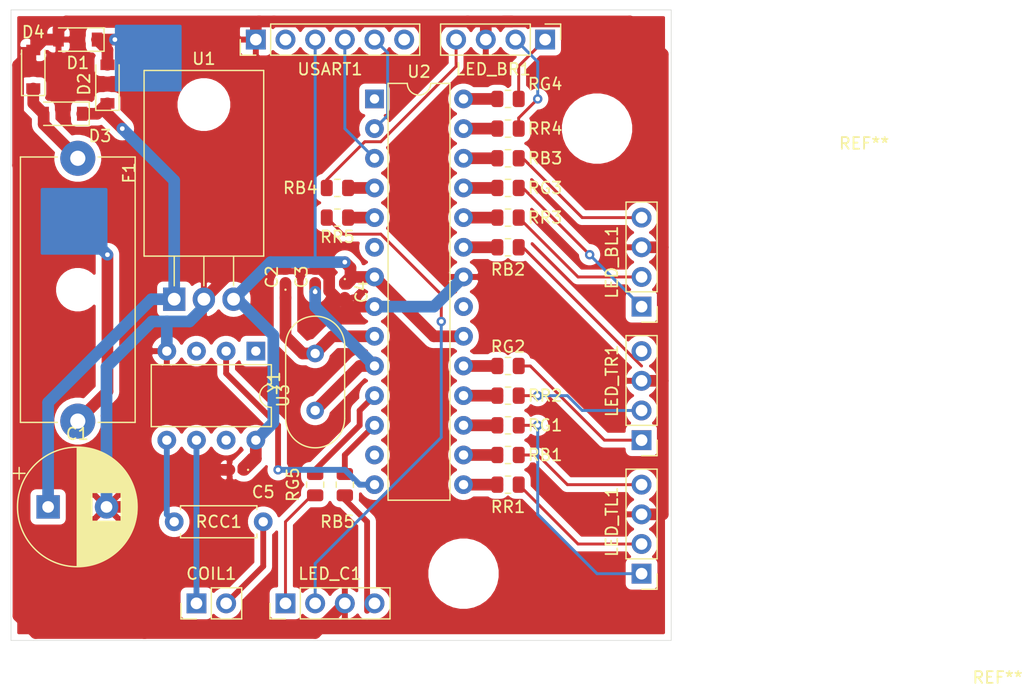
<source format=kicad_pcb>
(kicad_pcb (version 20171130) (host pcbnew 5.1.9+dfsg1-1)
  (layers (0 F.Cu signal) (31 B.Cu signal) (34 B.Paste user) (35 F.Paste user) (36 B.SilkS user) (37 F.SilkS user) (38 B.Mask user) (39 F.Mask user) (44 Edge.Cuts user))
  (net 0 "")
  (net 1 GNDREF)
  (net 2 "Net-(C1-Pad1)")
  (net 3 "Net-(C2-Pad1)")
  (net 4 "Net-(C3-Pad1)")
  (net 5 +1V5)
  (net 6 "Net-(COIL1-Pad2)")
  (net 7 "Net-(COIL1-Pad1)")
  (net 8 "Net-(D1-Pad1)")
  (net 9 "Net-(D3-Pad2)")
  (net 10 "Net-(F1-Pad2)")
  (net 11 "Net-(LED_BL1-Pad4)")
  (net 12 "Net-(LED_BL1-Pad2)")
  (net 13 "Net-(LED_BL1-Pad1)")
  (net 14 "Net-(LED_BR1-Pad4)")
  (net 15 "Net-(LED_BR1-Pad2)")
  (net 16 "Net-(LED_BR1-Pad1)")
  (net 17 "Net-(LED_C1-Pad4)")
  (net 18 "Net-(LED_C1-Pad2)")
  (net 19 "Net-(LED_C1-Pad1)")
  (net 20 "Net-(LED_TL1-Pad4)")
  (net 21 "Net-(LED_TL1-Pad2)")
  (net 22 "Net-(LED_TL1-Pad1)")
  (net 23 "Net-(LED_TR1-Pad4)")
  (net 24 "Net-(LED_TR1-Pad2)")
  (net 25 "Net-(LED_TR1-Pad1)")
  (net 26 "Net-(RCC1-Pad1)")
  (net 27 "Net-(U2-Pad14)")
  (net 28 "Net-(U2-Pad13)")
  (net 29 "Net-(U2-Pad21)")
  (net 30 "Net-(U2-Pad6)")
  (net 31 "Net-(U2-Pad3)")
  (net 32 "Net-(U2-Pad2)")
  (net 33 "Net-(U3-Pad7)")
  (net 34 "Net-(U3-Pad3)")
  (net 35 "Net-(U3-Pad1)")
  (net 36 "Net-(USART1-Pad6)")
  (net 37 "Net-(USART1-Pad2)")
  (net 38 "Net-(RB1-Pad1)")
  (net 39 "Net-(RB2-Pad1)")
  (net 40 "Net-(RB3-Pad1)")
  (net 41 "Net-(RB4-Pad1)")
  (net 42 "Net-(RB5-Pad1)")
  (net 43 "Net-(RG1-Pad1)")
  (net 44 "Net-(RG2-Pad1)")
  (net 45 "Net-(RG3-Pad1)")
  (net 46 "Net-(RG4-Pad1)")
  (net 47 "Net-(RG5-Pad1)")
  (net 48 "Net-(RR1-Pad1)")
  (net 49 "Net-(RR2-Pad1)")
  (net 50 "Net-(RR3-Pad1)")
  (net 51 "Net-(RR4-Pad1)")
  (net 52 "Net-(RR5-Pad1)")
  (net 53 "Net-(U2-Pad1)")
  (module Resistor_THT:R_Axial_DIN0207_L6.3mm_D2.5mm_P7.62mm_Horizontal (layer F.Cu) (at 33.02 61.595)
    (fp_text reference RCC1 (at 3.81 0) (layer F.SilkS))
    (fp_text value "120Ω (4% or less)")
    (pad 2 thru_hole oval (at 7.62 0) (size 1.6 1.6) (drill 0.8) (layers *.Cu *.Mask) (net 6 "Net-(COIL1-Pad2)"))
    (pad 1 thru_hole circle (at 0 0) (size 1.6 1.6) (drill 0.8) (layers *.Cu *.Mask) (net 26 "Net-(RCC1-Pad1)"))
  )
  (module Diode_SMD:D_0402_1005Metric (layer F.Cu) (at 45.085 40.64 90)
    (fp_text reference C3 (at 0 -1.17 90) (layer F.SilkS))
    (fp_text value 18pF)
    (pad 2 smd roundrect (at 0.485 0 90) (size 0.59 0.64) (layers F.Cu F.Paste F.Mask) (net 1 GNDREF))
    (pad 1 smd roundrect (at -0.485 0 90) (size 0.59 0.64) (layers F.Cu F.Paste F.Mask) (net 4 "Net-(C3-Pad1)"))
  )
  (module Diode_SMD:D_0402_1005Metric (layer F.Cu) (at 42.545 40.64 90)
    (fp_text reference C2 (at 0 -1.17 90) (layer F.SilkS))
    (fp_text value 18pF)
    (pad 2 smd roundrect (at 0.485 0 90) (size 0.59 0.64) (layers F.Cu F.Paste F.Mask) (net 1 GNDREF))
    (pad 1 smd roundrect (at -0.485 0 90) (size 0.59 0.64) (layers F.Cu F.Paste F.Mask) (net 3 "Net-(C2-Pad1)"))
  )
  (module Diode_SMD:D_0402_1005Metric (layer F.Cu) (at 38.2525 57.15 180)
    (fp_text reference C5 (at -2.3875 -1.905) (layer F.SilkS))
    (fp_text value 100nF)
    (pad 2 smd roundrect (at 0.485 0 180) (size 0.59 0.64) (layers F.Cu F.Paste F.Mask) (net 1 GNDREF))
    (pad 1 smd roundrect (at -0.485 0 180) (size 0.59 0.64) (layers F.Cu F.Paste F.Mask) (net 5 +1V5))
  )
  (module Diode_SMD:D_0402_1005Metric (layer F.Cu) (at 47.625 41.91 270)
    (fp_text reference C4 (at 0 -1.43 90) (layer F.SilkS))
    (fp_text value 100nF)
    (pad 2 smd roundrect (at 0.485 0 270) (size 0.59 0.64) (layers F.Cu F.Paste F.Mask) (net 1 GNDREF))
    (pad 1 smd roundrect (at -0.485 0 270) (size 0.59 0.64) (layers F.Cu F.Paste F.Mask) (net 5 +1V5))
  )
  (module Fuse:Fuseholder_Cylinder-5x20mm_Schurter_0031_8201_Horizontal_Open (layer F.Cu) (at 24.765 30.48 270)
    (fp_text reference F1 (at 1.25 -4.4 90) (layer F.SilkS))
    (fp_text value Fuse)
    (pad "" np_thru_hole circle (at 11.25 0 270) (size 2.7 2.7) (drill 2.7) (layers *.Cu *.Mask))
    (pad 2 thru_hole circle (at 22.5 0 270) (size 3 3) (drill 1.3) (layers *.Cu *.Mask) (net 10 "Net-(F1-Pad2)"))
    (pad 1 thru_hole circle (at 0 0 270) (size 3 3) (drill 1.3) (layers *.Cu *.Mask) (net 9 "Net-(D3-Pad2)"))
  )
  (module MountingHole:MountingHole_5mm (layer F.Cu) (at 69.215 27.94)
    (fp_text reference REF** (at 22.86 1.27) (layer F.SilkS))
    (fp_text value MountingHole_5mm)
    (pad 1 np_thru_hole circle (at 0 0) (size 5 5) (drill 5) (layers *.Cu *.Mask))
  )
  (module MountingHole:MountingHole_5mm (layer F.Cu) (at 57.785 66.04)
    (fp_text reference REF** (at 45.72 8.89) (layer F.SilkS))
    (fp_text value MountingHole_5mm)
    (pad 1 np_thru_hole circle (at 0 0) (size 5 5) (drill 5) (layers *.Cu *.Mask))
  )
  (module Crystal:Crystal_HC49-U_Vertical (layer F.Cu) (at 45.085 52.07 90)
    (fp_text reference Y1 (at 2.44 -3.525 90) (layer F.SilkS))
    (fp_text value 16Mhz)
    (pad 2 thru_hole circle (at 4.88 0 90) (size 1.5 1.5) (drill 0.8) (layers *.Cu *.Mask) (net 3 "Net-(C2-Pad1)"))
    (pad 1 thru_hole circle (at 0 0 90) (size 1.5 1.5) (drill 0.8) (layers *.Cu *.Mask) (net 4 "Net-(C3-Pad1)"))
  )
  (module Connector_PinHeader_2.54mm:PinHeader_1x06_P2.54mm_Vertical (layer F.Cu) (at 40.005 20.32 90)
    (fp_text reference USART1 (at -2.54 6.35 180) (layer F.SilkS))
    (fp_text value Conn_01x06_Male)
    (pad 6 thru_hole oval (at 0 12.7 90) (size 1.7 1.7) (drill 1) (layers *.Cu *.Mask) (net 36 "Net-(USART1-Pad6)"))
    (pad 5 thru_hole oval (at 0 10.16 90) (size 1.7 1.7) (drill 1) (layers *.Cu *.Mask) (net 32 "Net-(U2-Pad2)"))
    (pad 4 thru_hole oval (at 0 7.62 90) (size 1.7 1.7) (drill 1) (layers *.Cu *.Mask) (net 31 "Net-(U2-Pad3)"))
    (pad 3 thru_hole oval (at 0 5.08 90) (size 1.7 1.7) (drill 1) (layers *.Cu *.Mask) (net 5 +1V5))
    (pad 2 thru_hole oval (at 0 2.54 90) (size 1.7 1.7) (drill 1) (layers *.Cu *.Mask) (net 37 "Net-(USART1-Pad2)"))
    (pad 1 thru_hole rect (at 0 0 90) (size 1.7 1.7) (drill 1) (layers *.Cu *.Mask) (net 1 GNDREF))
  )
  (module Package_DIP:DIP-8_W7.62mm (layer F.Cu) (at 40.005 46.99 270)
    (fp_text reference U3 (at 3.81 -2.33 90) (layer F.SilkS))
    (fp_text value ATtiny45-20PU)
    (pad 8 thru_hole oval (at 7.62 0 270) (size 1.6 1.6) (drill 0.8) (layers *.Cu *.Mask) (net 5 +1V5))
    (pad 4 thru_hole oval (at 0 7.62 270) (size 1.6 1.6) (drill 0.8) (layers *.Cu *.Mask) (net 1 GNDREF))
    (pad 7 thru_hole oval (at 7.62 2.54 270) (size 1.6 1.6) (drill 0.8) (layers *.Cu *.Mask) (net 33 "Net-(U3-Pad7)"))
    (pad 3 thru_hole oval (at 0 5.08 270) (size 1.6 1.6) (drill 0.8) (layers *.Cu *.Mask) (net 34 "Net-(U3-Pad3)"))
    (pad 6 thru_hole oval (at 7.62 5.08 270) (size 1.6 1.6) (drill 0.8) (layers *.Cu *.Mask) (net 7 "Net-(COIL1-Pad1)"))
    (pad 2 thru_hole oval (at 0 2.54 270) (size 1.6 1.6) (drill 0.8) (layers *.Cu *.Mask) (net 27 "Net-(U2-Pad14)"))
    (pad 5 thru_hole oval (at 7.62 7.62 270) (size 1.6 1.6) (drill 0.8) (layers *.Cu *.Mask) (net 26 "Net-(RCC1-Pad1)"))
    (pad 1 thru_hole rect (at 0 0 270) (size 1.6 1.6) (drill 0.8) (layers *.Cu *.Mask) (net 35 "Net-(U3-Pad1)"))
  )
  (module Package_DIP:DIP-28_W7.62mm (layer F.Cu) (at 50.165 25.4)
    (fp_text reference U2 (at 3.81 -2.33) (layer F.SilkS))
    (fp_text value ATmega328P-PU)
    (pad 28 thru_hole oval (at 7.62 0) (size 1.6 1.6) (drill 0.8) (layers *.Cu *.Mask) (net 46 "Net-(RG4-Pad1)"))
    (pad 14 thru_hole oval (at 0 33.02) (size 1.6 1.6) (drill 0.8) (layers *.Cu *.Mask) (net 27 "Net-(U2-Pad14)"))
    (pad 27 thru_hole oval (at 7.62 2.54) (size 1.6 1.6) (drill 0.8) (layers *.Cu *.Mask) (net 51 "Net-(RR4-Pad1)"))
    (pad 13 thru_hole oval (at 0 30.48) (size 1.6 1.6) (drill 0.8) (layers *.Cu *.Mask) (net 28 "Net-(U2-Pad13)"))
    (pad 26 thru_hole oval (at 7.62 5.08) (size 1.6 1.6) (drill 0.8) (layers *.Cu *.Mask) (net 40 "Net-(RB3-Pad1)"))
    (pad 12 thru_hole oval (at 0 27.94) (size 1.6 1.6) (drill 0.8) (layers *.Cu *.Mask) (net 42 "Net-(RB5-Pad1)"))
    (pad 25 thru_hole oval (at 7.62 7.62) (size 1.6 1.6) (drill 0.8) (layers *.Cu *.Mask) (net 45 "Net-(RG3-Pad1)"))
    (pad 11 thru_hole oval (at 0 25.4) (size 1.6 1.6) (drill 0.8) (layers *.Cu *.Mask) (net 47 "Net-(RG5-Pad1)"))
    (pad 24 thru_hole oval (at 7.62 10.16) (size 1.6 1.6) (drill 0.8) (layers *.Cu *.Mask) (net 50 "Net-(RR3-Pad1)"))
    (pad 10 thru_hole oval (at 0 22.86) (size 1.6 1.6) (drill 0.8) (layers *.Cu *.Mask) (net 4 "Net-(C3-Pad1)"))
    (pad 23 thru_hole oval (at 7.62 12.7) (size 1.6 1.6) (drill 0.8) (layers *.Cu *.Mask) (net 39 "Net-(RB2-Pad1)"))
    (pad 9 thru_hole oval (at 0 20.32) (size 1.6 1.6) (drill 0.8) (layers *.Cu *.Mask) (net 3 "Net-(C2-Pad1)"))
    (pad 22 thru_hole oval (at 7.62 15.24) (size 1.6 1.6) (drill 0.8) (layers *.Cu *.Mask) (net 1 GNDREF))
    (pad 8 thru_hole oval (at 0 17.78) (size 1.6 1.6) (drill 0.8) (layers *.Cu *.Mask) (net 1 GNDREF))
    (pad 21 thru_hole oval (at 7.62 17.78) (size 1.6 1.6) (drill 0.8) (layers *.Cu *.Mask) (net 29 "Net-(U2-Pad21)"))
    (pad 7 thru_hole oval (at 0 15.24) (size 1.6 1.6) (drill 0.8) (layers *.Cu *.Mask) (net 5 +1V5))
    (pad 20 thru_hole oval (at 7.62 20.32) (size 1.6 1.6) (drill 0.8) (layers *.Cu *.Mask) (net 5 +1V5))
    (pad 6 thru_hole oval (at 0 12.7) (size 1.6 1.6) (drill 0.8) (layers *.Cu *.Mask) (net 30 "Net-(U2-Pad6)"))
    (pad 19 thru_hole oval (at 7.62 22.86) (size 1.6 1.6) (drill 0.8) (layers *.Cu *.Mask) (net 44 "Net-(RG2-Pad1)"))
    (pad 5 thru_hole oval (at 0 10.16) (size 1.6 1.6) (drill 0.8) (layers *.Cu *.Mask) (net 52 "Net-(RR5-Pad1)"))
    (pad 18 thru_hole oval (at 7.62 25.4) (size 1.6 1.6) (drill 0.8) (layers *.Cu *.Mask) (net 49 "Net-(RR2-Pad1)"))
    (pad 4 thru_hole oval (at 0 7.62) (size 1.6 1.6) (drill 0.8) (layers *.Cu *.Mask) (net 41 "Net-(RB4-Pad1)"))
    (pad 17 thru_hole oval (at 7.62 27.94) (size 1.6 1.6) (drill 0.8) (layers *.Cu *.Mask) (net 43 "Net-(RG1-Pad1)"))
    (pad 3 thru_hole oval (at 0 5.08) (size 1.6 1.6) (drill 0.8) (layers *.Cu *.Mask) (net 31 "Net-(U2-Pad3)"))
    (pad 16 thru_hole oval (at 7.62 30.48) (size 1.6 1.6) (drill 0.8) (layers *.Cu *.Mask) (net 38 "Net-(RB1-Pad1)"))
    (pad 2 thru_hole oval (at 0 2.54) (size 1.6 1.6) (drill 0.8) (layers *.Cu *.Mask) (net 32 "Net-(U2-Pad2)"))
    (pad 15 thru_hole oval (at 7.62 33.02) (size 1.6 1.6) (drill 0.8) (layers *.Cu *.Mask) (net 48 "Net-(RR1-Pad1)"))
    (pad 1 thru_hole rect (at 0 0) (size 1.6 1.6) (drill 0.8) (layers *.Cu *.Mask) (net 53 "Net-(U2-Pad1)"))
  )
  (module Package_TO_SOT_THT:TO-220-3_Horizontal_TabDown (layer F.Cu) (at 33.02 42.545)
    (fp_text reference U1 (at 2.54 -20.58) (layer F.SilkS))
    (fp_text value L7805)
    (pad 3 thru_hole oval (at 5.08 0) (size 1.905 2) (drill 1.1) (layers *.Cu *.Mask) (net 5 +1V5))
    (pad 2 thru_hole oval (at 2.54 0) (size 1.905 2) (drill 1.1) (layers *.Cu *.Mask) (net 1 GNDREF))
    (pad 1 thru_hole rect (at 0 0) (size 1.905 2) (drill 1.1) (layers *.Cu *.Mask) (net 2 "Net-(C1-Pad1)"))
    (pad "" np_thru_hole oval (at 2.54 -16.66) (size 3.5 3.5) (drill 3.5) (layers *.Cu *.Mask))
  )
  (module Resistor_SMD:R_0805_2012Metric (layer F.Cu) (at 46.99 35.56 180)
    (fp_text reference RR5 (at 0 -1.65) (layer F.SilkS))
    (fp_text value 150Ω)
    (pad 2 smd roundrect (at 0.9125 0 180) (size 1.025 1.4) (layers F.Cu F.Paste F.Mask) (roundrect_rratio 0.2439004878048781) (net 18 "Net-(LED_C1-Pad2)"))
    (pad 1 smd roundrect (at -0.9125 0 180) (size 1.025 1.4) (layers F.Cu F.Paste F.Mask) (roundrect_rratio 0.2439004878048781) (net 52 "Net-(RR5-Pad1)"))
  )
  (module Resistor_SMD:R_0805_2012Metric (layer F.Cu) (at 45.085 58.42 270)
    (fp_text reference RG5 (at 0 1.905 90) (layer F.SilkS))
    (fp_text value 100Ω)
    (pad 2 smd roundrect (at 0.9125 0 270) (size 1.025 1.4) (layers F.Cu F.Paste F.Mask) (roundrect_rratio 0.2439004878048781) (net 19 "Net-(LED_C1-Pad1)"))
    (pad 1 smd roundrect (at -0.9125 0 270) (size 1.025 1.4) (layers F.Cu F.Paste F.Mask) (roundrect_rratio 0.2439004878048781) (net 47 "Net-(RG5-Pad1)"))
  )
  (module Resistor_SMD:R_0805_2012Metric (layer F.Cu) (at 47.625 58.42 270)
    (fp_text reference RB5 (at 3.175 0.635 180) (layer F.SilkS))
    (fp_text value 33Ω)
    (pad 2 smd roundrect (at 0.9125 0 270) (size 1.025 1.4) (layers F.Cu F.Paste F.Mask) (roundrect_rratio 0.2439004878048781) (net 17 "Net-(LED_C1-Pad4)"))
    (pad 1 smd roundrect (at -0.9125 0 270) (size 1.025 1.4) (layers F.Cu F.Paste F.Mask) (roundrect_rratio 0.2439004878048781) (net 42 "Net-(RB5-Pad1)"))
  )
  (module Resistor_SMD:R_0805_2012Metric (layer F.Cu) (at 61.595 27.94)
    (fp_text reference RR4 (at 3.175 0) (layer F.SilkS))
    (fp_text value 150Ω)
    (pad 2 smd roundrect (at 0.9125 0) (size 1.025 1.4) (layers F.Cu F.Paste F.Mask) (roundrect_rratio 0.2439004878048781) (net 15 "Net-(LED_BR1-Pad2)"))
    (pad 1 smd roundrect (at -0.9125 0) (size 1.025 1.4) (layers F.Cu F.Paste F.Mask) (roundrect_rratio 0.2439004878048781) (net 51 "Net-(RR4-Pad1)"))
  )
  (module Resistor_SMD:R_0805_2012Metric (layer F.Cu) (at 61.595 25.4)
    (fp_text reference RG4 (at 3.175 -1.27) (layer F.SilkS))
    (fp_text value 100Ω)
    (pad 2 smd roundrect (at 0.9125 0) (size 1.025 1.4) (layers F.Cu F.Paste F.Mask) (roundrect_rratio 0.2439004878048781) (net 16 "Net-(LED_BR1-Pad1)"))
    (pad 1 smd roundrect (at -0.9125 0) (size 1.025 1.4) (layers F.Cu F.Paste F.Mask) (roundrect_rratio 0.2439004878048781) (net 46 "Net-(RG4-Pad1)"))
  )
  (module Resistor_SMD:R_0805_2012Metric (layer F.Cu) (at 46.99 33.02 180)
    (fp_text reference RB4 (at 3.175 0) (layer F.SilkS))
    (fp_text value 33Ω)
    (pad 2 smd roundrect (at 0.9125 0 180) (size 1.025 1.4) (layers F.Cu F.Paste F.Mask) (roundrect_rratio 0.2439004878048781) (net 14 "Net-(LED_BR1-Pad4)"))
    (pad 1 smd roundrect (at -0.9125 0 180) (size 1.025 1.4) (layers F.Cu F.Paste F.Mask) (roundrect_rratio 0.2439004878048781) (net 41 "Net-(RB4-Pad1)"))
  )
  (module Resistor_SMD:R_0805_2012Metric (layer F.Cu) (at 61.595 35.56)
    (fp_text reference RR3 (at 3.175 0) (layer F.SilkS))
    (fp_text value 150Ω)
    (pad 2 smd roundrect (at 0.9125 0) (size 1.025 1.4) (layers F.Cu F.Paste F.Mask) (roundrect_rratio 0.2439004878048781) (net 12 "Net-(LED_BL1-Pad2)"))
    (pad 1 smd roundrect (at -0.9125 0) (size 1.025 1.4) (layers F.Cu F.Paste F.Mask) (roundrect_rratio 0.2439004878048781) (net 50 "Net-(RR3-Pad1)"))
  )
  (module Resistor_SMD:R_0805_2012Metric (layer F.Cu) (at 61.595 33.02)
    (fp_text reference RG3 (at 3.175 0) (layer F.SilkS))
    (fp_text value 100Ω)
    (pad 2 smd roundrect (at 0.9125 0) (size 1.025 1.4) (layers F.Cu F.Paste F.Mask) (roundrect_rratio 0.2439004878048781) (net 13 "Net-(LED_BL1-Pad1)"))
    (pad 1 smd roundrect (at -0.9125 0) (size 1.025 1.4) (layers F.Cu F.Paste F.Mask) (roundrect_rratio 0.2439004878048781) (net 45 "Net-(RG3-Pad1)"))
  )
  (module Resistor_SMD:R_0805_2012Metric (layer F.Cu) (at 61.595 30.48)
    (fp_text reference RB3 (at 3.175 0) (layer F.SilkS))
    (fp_text value 33Ω)
    (pad 2 smd roundrect (at 0.9125 0) (size 1.025 1.4) (layers F.Cu F.Paste F.Mask) (roundrect_rratio 0.2439004878048781) (net 11 "Net-(LED_BL1-Pad4)"))
    (pad 1 smd roundrect (at -0.9125 0) (size 1.025 1.4) (layers F.Cu F.Paste F.Mask) (roundrect_rratio 0.2439004878048781) (net 40 "Net-(RB3-Pad1)"))
  )
  (module Resistor_SMD:R_0805_2012Metric (layer F.Cu) (at 61.595 50.8)
    (fp_text reference RR2 (at 3.175 0) (layer F.SilkS))
    (fp_text value 150Ω)
    (pad 2 smd roundrect (at 0.9125 0) (size 1.025 1.4) (layers F.Cu F.Paste F.Mask) (roundrect_rratio 0.2439004878048781) (net 24 "Net-(LED_TR1-Pad2)"))
    (pad 1 smd roundrect (at -0.9125 0) (size 1.025 1.4) (layers F.Cu F.Paste F.Mask) (roundrect_rratio 0.2439004878048781) (net 49 "Net-(RR2-Pad1)"))
  )
  (module Resistor_SMD:R_0805_2012Metric (layer F.Cu) (at 61.595 48.26)
    (fp_text reference RG2 (at 0 -1.65) (layer F.SilkS))
    (fp_text value 100Ω)
    (pad 2 smd roundrect (at 0.9125 0) (size 1.025 1.4) (layers F.Cu F.Paste F.Mask) (roundrect_rratio 0.2439004878048781) (net 25 "Net-(LED_TR1-Pad1)"))
    (pad 1 smd roundrect (at -0.9125 0) (size 1.025 1.4) (layers F.Cu F.Paste F.Mask) (roundrect_rratio 0.2439004878048781) (net 44 "Net-(RG2-Pad1)"))
  )
  (module Resistor_SMD:R_0805_2012Metric (layer F.Cu) (at 61.595 38.1)
    (fp_text reference RB2 (at 0 1.905) (layer F.SilkS))
    (fp_text value 33Ω)
    (pad 2 smd roundrect (at 0.9125 0) (size 1.025 1.4) (layers F.Cu F.Paste F.Mask) (roundrect_rratio 0.2439004878048781) (net 23 "Net-(LED_TR1-Pad4)"))
    (pad 1 smd roundrect (at -0.9125 0) (size 1.025 1.4) (layers F.Cu F.Paste F.Mask) (roundrect_rratio 0.2439004878048781) (net 39 "Net-(RB2-Pad1)"))
  )
  (module Resistor_SMD:R_0805_2012Metric (layer F.Cu) (at 61.595 58.42)
    (fp_text reference RR1 (at 0 1.905) (layer F.SilkS))
    (fp_text value 150Ω)
    (pad 2 smd roundrect (at 0.9125 0) (size 1.025 1.4) (layers F.Cu F.Paste F.Mask) (roundrect_rratio 0.2439004878048781) (net 21 "Net-(LED_TL1-Pad2)"))
    (pad 1 smd roundrect (at -0.9125 0) (size 1.025 1.4) (layers F.Cu F.Paste F.Mask) (roundrect_rratio 0.2439004878048781) (net 48 "Net-(RR1-Pad1)"))
  )
  (module Resistor_SMD:R_0805_2012Metric (layer F.Cu) (at 61.595 53.34)
    (fp_text reference RG1 (at 3.175 0) (layer F.SilkS))
    (fp_text value 100Ω)
    (pad 2 smd roundrect (at 0.9125 0) (size 1.025 1.4) (layers F.Cu F.Paste F.Mask) (roundrect_rratio 0.2439004878048781) (net 22 "Net-(LED_TL1-Pad1)"))
    (pad 1 smd roundrect (at -0.9125 0) (size 1.025 1.4) (layers F.Cu F.Paste F.Mask) (roundrect_rratio 0.2439004878048781) (net 43 "Net-(RG1-Pad1)"))
  )
  (module Resistor_SMD:R_0805_2012Metric (layer F.Cu) (at 61.595 55.88)
    (fp_text reference RB1 (at 3.175 0) (layer F.SilkS))
    (fp_text value 33Ω)
    (pad 2 smd roundrect (at 0.9125 0) (size 1.025 1.4) (layers F.Cu F.Paste F.Mask) (roundrect_rratio 0.2439004878048781) (net 20 "Net-(LED_TL1-Pad4)"))
    (pad 1 smd roundrect (at -0.9125 0) (size 1.025 1.4) (layers F.Cu F.Paste F.Mask) (roundrect_rratio 0.2439004878048781) (net 38 "Net-(RB1-Pad1)"))
  )
  (module Connector_PinHeader_2.54mm:PinHeader_1x04_P2.54mm_Vertical (layer F.Cu) (at 73.025 54.61 180)
    (fp_text reference LED_TR1 (at 2.54 5.08 90) (layer F.SilkS))
    (fp_text value Conn_01x04_Male)
    (pad 4 thru_hole oval (at 0 7.62 180) (size 1.7 1.7) (drill 1) (layers *.Cu *.Mask) (net 23 "Net-(LED_TR1-Pad4)"))
    (pad 3 thru_hole oval (at 0 5.08 180) (size 1.7 1.7) (drill 1) (layers *.Cu *.Mask) (net 1 GNDREF))
    (pad 2 thru_hole oval (at 0 2.54 180) (size 1.7 1.7) (drill 1) (layers *.Cu *.Mask) (net 24 "Net-(LED_TR1-Pad2)"))
    (pad 1 thru_hole rect (at 0 0 180) (size 1.7 1.7) (drill 1) (layers *.Cu *.Mask) (net 25 "Net-(LED_TR1-Pad1)"))
  )
  (module Connector_PinHeader_2.54mm:PinHeader_1x04_P2.54mm_Vertical (layer F.Cu) (at 73.025 66.04 180)
    (fp_text reference LED_TL1 (at 2.54 4.445 90) (layer F.SilkS))
    (fp_text value Conn_01x04_Male)
    (pad 4 thru_hole oval (at 0 7.62 180) (size 1.7 1.7) (drill 1) (layers *.Cu *.Mask) (net 20 "Net-(LED_TL1-Pad4)"))
    (pad 3 thru_hole oval (at 0 5.08 180) (size 1.7 1.7) (drill 1) (layers *.Cu *.Mask) (net 1 GNDREF))
    (pad 2 thru_hole oval (at 0 2.54 180) (size 1.7 1.7) (drill 1) (layers *.Cu *.Mask) (net 21 "Net-(LED_TL1-Pad2)"))
    (pad 1 thru_hole rect (at 0 0 180) (size 1.7 1.7) (drill 1) (layers *.Cu *.Mask) (net 22 "Net-(LED_TL1-Pad1)"))
  )
  (module Connector_PinHeader_2.54mm:PinHeader_1x04_P2.54mm_Vertical (layer F.Cu) (at 42.545 68.58 90)
    (fp_text reference LED_C1 (at 2.54 3.81 180) (layer F.SilkS))
    (fp_text value Conn_01x04_Male)
    (pad 4 thru_hole oval (at 0 7.62 90) (size 1.7 1.7) (drill 1) (layers *.Cu *.Mask) (net 17 "Net-(LED_C1-Pad4)"))
    (pad 3 thru_hole oval (at 0 5.08 90) (size 1.7 1.7) (drill 1) (layers *.Cu *.Mask) (net 1 GNDREF))
    (pad 2 thru_hole oval (at 0 2.54 90) (size 1.7 1.7) (drill 1) (layers *.Cu *.Mask) (net 18 "Net-(LED_C1-Pad2)"))
    (pad 1 thru_hole rect (at 0 0 90) (size 1.7 1.7) (drill 1) (layers *.Cu *.Mask) (net 19 "Net-(LED_C1-Pad1)"))
  )
  (module Connector_PinHeader_2.54mm:PinHeader_1x04_P2.54mm_Vertical (layer F.Cu) (at 64.77 20.32 270)
    (fp_text reference LED_BR1 (at 2.54 4.445 180) (layer F.SilkS))
    (fp_text value Conn_01x04_Male)
    (pad 4 thru_hole oval (at 0 7.62 270) (size 1.7 1.7) (drill 1) (layers *.Cu *.Mask) (net 14 "Net-(LED_BR1-Pad4)"))
    (pad 3 thru_hole oval (at 0 5.08 270) (size 1.7 1.7) (drill 1) (layers *.Cu *.Mask) (net 1 GNDREF))
    (pad 2 thru_hole oval (at 0 2.54 270) (size 1.7 1.7) (drill 1) (layers *.Cu *.Mask) (net 15 "Net-(LED_BR1-Pad2)"))
    (pad 1 thru_hole rect (at 0 0 270) (size 1.7 1.7) (drill 1) (layers *.Cu *.Mask) (net 16 "Net-(LED_BR1-Pad1)"))
  )
  (module Connector_PinHeader_2.54mm:PinHeader_1x04_P2.54mm_Vertical (layer F.Cu) (at 73.025 43.18 180)
    (fp_text reference LED_BL1 (at 2.54 3.81 90) (layer F.SilkS))
    (fp_text value Conn_01x04_Male)
    (pad 4 thru_hole oval (at 0 7.62 180) (size 1.7 1.7) (drill 1) (layers *.Cu *.Mask) (net 11 "Net-(LED_BL1-Pad4)"))
    (pad 3 thru_hole oval (at 0 5.08 180) (size 1.7 1.7) (drill 1) (layers *.Cu *.Mask) (net 1 GNDREF))
    (pad 2 thru_hole oval (at 0 2.54 180) (size 1.7 1.7) (drill 1) (layers *.Cu *.Mask) (net 12 "Net-(LED_BL1-Pad2)"))
    (pad 1 thru_hole rect (at 0 0 180) (size 1.7 1.7) (drill 1) (layers *.Cu *.Mask) (net 13 "Net-(LED_BL1-Pad1)"))
  )
  (module Diode_SMD:D_SOD-123 (layer F.Cu) (at 20.955 22.86 90)
    (fp_text reference D4 (at 3.175 0 180) (layer F.SilkS))
    (fp_text value D_Schottky)
    (pad 2 smd rect (at 1.65 0 90) (size 0.9 1.2) (layers F.Cu F.Paste F.Mask) (net 1 GNDREF))
    (pad 1 smd rect (at -1.65 0 90) (size 0.9 1.2) (layers F.Cu F.Paste F.Mask) (net 9 "Net-(D3-Pad2)"))
  )
  (module Diode_SMD:D_SOD-123 (layer F.Cu) (at 23.495 26.67 180)
    (fp_text reference D3 (at -3.175 -1.905) (layer F.SilkS))
    (fp_text value D_Schottky)
    (pad 2 smd rect (at 1.65 0 180) (size 0.9 1.2) (layers F.Cu F.Paste F.Mask) (net 9 "Net-(D3-Pad2)"))
    (pad 1 smd rect (at -1.65 0 180) (size 0.9 1.2) (layers F.Cu F.Paste F.Mask) (net 2 "Net-(C1-Pad1)"))
  )
  (module Diode_SMD:D_SOD-123 (layer F.Cu) (at 27.305 24.13 90)
    (fp_text reference D2 (at 0 -2 90) (layer F.SilkS))
    (fp_text value D_Schottky)
    (pad 2 smd rect (at 1.65 0 90) (size 0.9 1.2) (layers F.Cu F.Paste F.Mask) (net 8 "Net-(D1-Pad1)"))
    (pad 1 smd rect (at -1.65 0 90) (size 0.9 1.2) (layers F.Cu F.Paste F.Mask) (net 2 "Net-(C1-Pad1)"))
  )
  (module Diode_SMD:D_SOD-123 (layer F.Cu) (at 24.765 20.32 180)
    (fp_text reference D1 (at 0 -2) (layer F.SilkS))
    (fp_text value "Schottky 1A")
    (pad 2 smd rect (at 1.65 0 180) (size 0.9 1.2) (layers F.Cu F.Paste F.Mask) (net 1 GNDREF))
    (pad 1 smd rect (at -1.65 0 180) (size 0.9 1.2) (layers F.Cu F.Paste F.Mask) (net 8 "Net-(D1-Pad1)"))
  )
  (module Connector_PinHeader_2.54mm:PinHeader_1x02_P2.54mm_Vertical (layer F.Cu) (at 34.925 68.58 90)
    (fp_text reference COIL1 (at 2.54 1.27 180) (layer F.SilkS))
    (fp_text value Conn_01x02_Male)
    (pad 2 thru_hole oval (at 0 2.54 90) (size 1.7 1.7) (drill 1) (layers *.Cu *.Mask) (net 6 "Net-(COIL1-Pad2)"))
    (pad 1 thru_hole rect (at 0 0 90) (size 1.7 1.7) (drill 1) (layers *.Cu *.Mask) (net 7 "Net-(COIL1-Pad1)"))
  )
  (module Capacitor_THT:CP_Radial_D10.0mm_P5.00mm (layer F.Cu) (at 22.225 60.325)
    (fp_text reference C1 (at 2.5 -6.25) (layer F.SilkS))
    (fp_text value 1000uF)
    (pad 2 thru_hole circle (at 5 0) (size 2 2) (drill 1) (layers *.Cu *.Mask) (net 1 GNDREF))
    (pad 1 thru_hole rect (at 0 0) (size 2 2) (drill 1) (layers *.Cu *.Mask) (net 2 "Net-(C1-Pad1)"))
  )
  (gr_line (start 19.05 17.78) (end 75.565 17.78) (layer Edge.Cuts) (width 0.05))
  (gr_line (start 19.05 71.755) (end 19.05 17.78) (layer Edge.Cuts) (width 0.05))
  (gr_line (start 75.565 71.755) (end 19.05 71.755) (layer Edge.Cuts) (width 0.05))
  (gr_line (start 75.565 17.78) (end 75.565 71.755) (layer Edge.Cuts) (width 0.05))
  (segment (start 21.845 20.32) (end 20.955 21.21) (width 1) (layer F.Cu) (net 1))
  (segment (start 23.115 20.32) (end 21.845 20.32) (width 1) (layer F.Cu) (net 1))
  (segment (start 48.1075 43.18) (end 47.625 42.6975) (width 1) (layer F.Cu) (net 1))
  (segment (start 50.165 43.18) (end 48.1075 43.18) (width 1) (layer F.Cu) (net 1))
  (segment (start 45.58206 39.95) (end 45.085 39.95) (width 1) (layer F.Cu) (net 1))
  (segment (start 46.28501 40.65295) (end 45.58206 39.95) (width 1) (layer F.Cu) (net 1))
  (segment (start 46.28501 41.83251) (end 46.28501 40.65295) (width 1) (layer F.Cu) (net 1))
  (segment (start 47.15 42.6975) (end 46.28501 41.83251) (width 1) (layer F.Cu) (net 1))
  (segment (start 47.625 42.6975) (end 47.15 42.6975) (width 1) (layer F.Cu) (net 1))
  (segment (start 38.155 39.95) (end 42.545 39.95) (width 1) (layer F.Cu) (net 1))
  (segment (start 35.56 42.545) (end 38.155 39.95) (width 1) (layer F.Cu) (net 1))
  (segment (start 42.545 40.155) (end 45.085 40.155) (width 0.5) (layer F.Cu) (net 1))
  (segment (start 55.245 43.18) (end 57.785 40.64) (width 1) (layer B.Cu) (net 1))
  (segment (start 50.165 43.18) (end 55.245 43.18) (width 1) (layer B.Cu) (net 1))
  (segment (start 35.56 43.217502) (end 34.327502 44.45) (width 1) (layer B.Cu) (net 1))
  (segment (start 35.56 42.545) (end 35.56 43.217502) (width 1) (layer B.Cu) (net 1))
  (segment (start 27.225 48.34) (end 27.225 60.325) (width 1) (layer B.Cu) (net 1))
  (segment (start 31.115 44.45) (end 27.225 48.34) (width 1) (layer B.Cu) (net 1))
  (segment (start 37.465 57.15) (end 33.655 57.15) (width 1) (layer F.Cu) (net 1))
  (segment (start 30.48 60.325) (end 27.225 60.325) (width 1) (layer F.Cu) (net 1))
  (segment (start 33.655 57.15) (end 30.48 60.325) (width 1) (layer F.Cu) (net 1))
  (segment (start 19.685 69.64352) (end 21.16148 71.12) (width 1) (layer F.Cu) (net 1))
  (segment (start 45.085 71.12) (end 47.625 68.58) (width 1) (layer F.Cu) (net 1))
  (segment (start 19.685 31.115) (end 19.685 69.64352) (width 1) (layer F.Cu) (net 1))
  (segment (start 19.654999 31.084999) (end 19.685 31.115) (width 1) (layer F.Cu) (net 1))
  (segment (start 19.654999 22.510001) (end 19.654999 31.084999) (width 1) (layer F.Cu) (net 1))
  (segment (start 20.955 21.21) (end 19.654999 22.510001) (width 1) (layer F.Cu) (net 1))
  (segment (start 32.385 46.99) (end 32.385 44.45) (width 1) (layer B.Cu) (net 1))
  (segment (start 32.385 44.45) (end 31.115 44.45) (width 1) (layer B.Cu) (net 1))
  (segment (start 34.327502 44.45) (end 32.385 44.45) (width 1) (layer B.Cu) (net 1))
  (segment (start 30.48 60.325) (end 30.48 71.12) (width 1) (layer F.Cu) (net 1))
  (segment (start 30.48 71.12) (end 45.085 71.12) (width 1) (layer F.Cu) (net 1))
  (segment (start 21.16148 71.12) (end 30.48 71.12) (width 1) (layer F.Cu) (net 1))
  (segment (start 40.005 19.05) (end 40.285001 18.769999) (width 1) (layer F.Cu) (net 1))
  (segment (start 40.005 20.32) (end 40.005 19.05) (width 1) (layer F.Cu) (net 1))
  (segment (start 41.555001 18.769999) (end 58.139999 18.769999) (width 1) (layer F.Cu) (net 1))
  (segment (start 40.285001 18.769999) (end 41.555001 18.769999) (width 1) (layer F.Cu) (net 1))
  (segment (start 61.240001 18.769999) (end 61.875001 18.769999) (width 1) (layer F.Cu) (net 1))
  (segment (start 58.139999 18.769999) (end 61.875001 18.769999) (width 1) (layer F.Cu) (net 1))
  (segment (start 59.69 20.32) (end 59.69 19.05) (width 1) (layer F.Cu) (net 1))
  (segment (start 37.465 57.15) (end 37.74249 57.15) (width 1) (layer F.Cu) (net 1))
  (segment (start 47.625 42.6975) (end 47.625 42.42001) (width 1) (layer F.Cu) (net 1))
  (segment (start 74.83999 38.1) (end 73.025 38.1) (width 1) (layer F.Cu) (net 1))
  (segment (start 74.83999 21.59) (end 74.83999 38.1) (width 1) (layer F.Cu) (net 1))
  (segment (start 72.019989 18.769999) (end 74.83999 21.59) (width 1) (layer F.Cu) (net 1))
  (segment (start 61.875001 18.769999) (end 72.019989 18.769999) (width 1) (layer F.Cu) (net 1))
  (segment (start 74.83999 49.53) (end 73.025 49.53) (width 1) (layer F.Cu) (net 1))
  (segment (start 74.83999 38.1) (end 74.83999 49.53) (width 1) (layer F.Cu) (net 1))
  (segment (start 74.83999 60.96) (end 73.025 60.96) (width 1) (layer F.Cu) (net 1))
  (segment (start 74.83999 49.53) (end 74.83999 60.96) (width 1) (layer F.Cu) (net 1))
  (segment (start 23.115 19.43) (end 23.115 20.32) (width 1) (layer F.Cu) (net 1))
  (segment (start 23.775001 18.769999) (end 23.115 19.43) (width 1) (layer F.Cu) (net 1))
  (segment (start 40.285001 18.769999) (end 23.775001 18.769999) (width 1) (layer F.Cu) (net 1))
  (segment (start 25.145 26.67) (end 26.415 26.67) (width 1) (layer F.Cu) (net 2))
  (segment (start 33.02 42.545) (end 33.02 32.385) (width 1) (layer B.Cu) (net 2))
  (segment (start 33.02 32.385) (end 28.575 27.94) (width 1) (layer B.Cu) (net 2))
  (via (at 28.575 27.94) (size 0.8) (drill 0.4) (layers F.Cu B.Cu) (net 2))
  (segment (start 28.575 27.94) (end 26.86 26.225) (width 1) (layer F.Cu) (net 2))
  (segment (start 26.86 26.225) (end 27.305 25.78) (width 1) (layer F.Cu) (net 2))
  (segment (start 26.415 26.67) (end 26.86 26.225) (width 1) (layer F.Cu) (net 2))
  (segment (start 22.225 51.3875) (end 22.225 60.325) (width 1) (layer B.Cu) (net 2))
  (segment (start 31.0675 42.545) (end 22.225 51.3875) (width 1) (layer B.Cu) (net 2))
  (segment (start 33.02 42.545) (end 31.0675 42.545) (width 1) (layer B.Cu) (net 2))
  (segment (start 46.555 45.72) (end 45.085 47.19) (width 1) (layer F.Cu) (net 3))
  (segment (start 50.165 45.72) (end 46.555 45.72) (width 1) (layer F.Cu) (net 3))
  (segment (start 45.085 47.19) (end 44.015 47.19) (width 1) (layer F.Cu) (net 3))
  (segment (start 42.545 45.72) (end 42.545 42.42001) (width 1) (layer F.Cu) (net 3))
  (segment (start 44.015 47.19) (end 42.545 45.72) (width 1) (layer F.Cu) (net 3))
  (segment (start 42.545 42.42001) (end 42.545 41.15001) (width 1) (layer F.Cu) (net 3))
  (segment (start 48.895 48.26) (end 45.085 52.07) (width 1) (layer F.Cu) (net 4))
  (segment (start 50.165 48.26) (end 48.895 48.26) (width 1) (layer F.Cu) (net 4))
  (segment (start 50.165 48.26) (end 45.085 43.18) (width 1) (layer B.Cu) (net 4))
  (segment (start 45.085 43.18) (end 45.085 41.91) (width 1) (layer B.Cu) (net 4))
  (via (at 45.085 41.91) (size 0.8) (drill 0.4) (layers F.Cu B.Cu) (net 4))
  (segment (start 45.085 41.91) (end 45.085 41.15001) (width 1) (layer F.Cu) (net 4))
  (segment (start 48.1075 40.64) (end 47.625 41.1225) (width 1) (layer F.Cu) (net 5))
  (segment (start 55.245 45.72) (end 50.165 40.64) (width 1) (layer F.Cu) (net 5))
  (segment (start 57.785 45.72) (end 55.245 45.72) (width 1) (layer F.Cu) (net 5))
  (segment (start 38.1 42.545) (end 41.275 39.37) (width 1) (layer B.Cu) (net 5))
  (via (at 47.625 39.37) (size 0.8) (drill 0.4) (layers F.Cu B.Cu) (net 5))
  (segment (start 40.005 56.185) (end 39.04 57.15) (width 1) (layer F.Cu) (net 5))
  (segment (start 40.005 54.61) (end 40.005 56.185) (width 1) (layer F.Cu) (net 5))
  (segment (start 45.085 39.37) (end 47.625 39.37) (width 1) (layer B.Cu) (net 5))
  (segment (start 45.085 20.32) (end 45.085 39.37) (width 0.25) (layer B.Cu) (net 5))
  (segment (start 41.275 39.37) (end 45.085 39.37) (width 1) (layer B.Cu) (net 5))
  (segment (start 38.420002 42.545) (end 38.1 42.545) (width 1) (layer B.Cu) (net 5))
  (segment (start 41.505001 53.109999) (end 41.505001 45.629999) (width 1) (layer B.Cu) (net 5))
  (segment (start 41.505001 45.629999) (end 38.420002 42.545) (width 1) (layer B.Cu) (net 5))
  (segment (start 40.005 54.61) (end 41.505001 53.109999) (width 1) (layer B.Cu) (net 5))
  (segment (start 50.165 40.64) (end 48.1075 40.64) (width 1) (layer F.Cu) (net 5))
  (segment (start 48.1075 39.8525) (end 47.625 39.37) (width 1) (layer F.Cu) (net 5))
  (segment (start 48.1075 40.64) (end 48.1075 39.8525) (width 1) (layer F.Cu) (net 5))
  (segment (start 38.9425 56.945) (end 38.9425 57.15) (width 1) (layer F.Cu) (net 5))
  (segment (start 39.7025 56.185) (end 38.9425 56.945) (width 1) (layer F.Cu) (net 5))
  (segment (start 40.005 56.185) (end 39.7025 56.185) (width 1) (layer F.Cu) (net 5))
  (segment (start 47.625 41.1225) (end 47.625 41.22) (width 1) (layer F.Cu) (net 5))
  (segment (start 47.83 41.22) (end 47.625 41.22) (width 1) (layer F.Cu) (net 5))
  (segment (start 48.1075 40.9425) (end 47.83 41.22) (width 1) (layer F.Cu) (net 5))
  (segment (start 48.1075 40.64) (end 48.1075 40.9425) (width 1) (layer F.Cu) (net 5))
  (segment (start 40.64 65.405) (end 37.465 68.58) (width 0.5) (layer F.Cu) (net 6))
  (segment (start 40.64 61.595) (end 40.64 65.405) (width 0.5) (layer F.Cu) (net 6))
  (segment (start 34.925 54.61) (end 34.925 68.58) (width 0.5) (layer B.Cu) (net 7))
  (segment (start 27.305 21.21) (end 26.415 20.32) (width 1) (layer F.Cu) (net 8))
  (segment (start 27.305 22.48) (end 27.305 21.21) (width 1) (layer F.Cu) (net 8))
  (segment (start 26.415 20.32) (end 27.94 20.32) (width 1) (layer F.Cu) (net 8))
  (via (at 27.94 20.32) (size 0.8) (drill 0.4) (layers F.Cu B.Cu) (net 8))
  (segment (start 29.21 20.32) (end 27.94 20.32) (width 1) (layer B.Cu) (net 8))
  (segment (start 30.48 20.32) (end 29.21 20.32) (width 1) (layer B.Cu) (net 8))
  (segment (start 20.955 25.78) (end 21.845 26.67) (width 1) (layer F.Cu) (net 9))
  (segment (start 20.955 24.51) (end 20.955 25.78) (width 1) (layer F.Cu) (net 9))
  (segment (start 21.845 27.56) (end 21.845 26.67) (width 1) (layer F.Cu) (net 9))
  (segment (start 24.765 30.48) (end 21.845 27.56) (width 1) (layer F.Cu) (net 9))
  (segment (start 24.765 52.98) (end 27.305 50.44) (width 1) (layer F.Cu) (net 10))
  (segment (start 27.305 50.44) (end 27.305 38.735) (width 1) (layer F.Cu) (net 10))
  (via (at 27.305 38.735) (size 0.8) (drill 0.4) (layers F.Cu B.Cu) (net 10))
  (segment (start 27.305 38.735) (end 25.4 36.83) (width 1) (layer B.Cu) (net 10))
  (segment (start 62.5075 30.48) (end 62.865 30.48) (width 0.25) (layer F.Cu) (net 11))
  (segment (start 67.945 35.56) (end 73.025 35.56) (width 0.25) (layer F.Cu) (net 11))
  (segment (start 62.865 30.48) (end 67.945 35.56) (width 0.25) (layer F.Cu) (net 11))
  (segment (start 67.5875 40.64) (end 73.025 40.64) (width 0.25) (layer F.Cu) (net 12))
  (segment (start 62.5075 35.56) (end 67.5875 40.64) (width 0.25) (layer F.Cu) (net 12))
  (segment (start 62.5075 33.02) (end 62.865 33.02) (width 0.25) (layer F.Cu) (net 13))
  (segment (start 62.865 33.02) (end 68.58 38.735) (width 0.25) (layer F.Cu) (net 13))
  (via (at 68.58 38.735) (size 0.8) (drill 0.4) (layers F.Cu B.Cu) (net 13))
  (segment (start 68.58 38.735) (end 73.025 43.18) (width 0.25) (layer B.Cu) (net 13))
  (segment (start 57.15 22.620002) (end 57.15 20.32) (width 0.25) (layer F.Cu) (net 14))
  (segment (start 50.705001 29.065001) (end 57.15 22.620002) (width 0.25) (layer F.Cu) (net 14))
  (segment (start 46.0775 32.32) (end 49.332499 29.065001) (width 0.25) (layer F.Cu) (net 14))
  (segment (start 49.332499 29.065001) (end 50.705001 29.065001) (width 0.25) (layer F.Cu) (net 14))
  (segment (start 46.0775 33.02) (end 46.0775 32.32) (width 0.25) (layer F.Cu) (net 14))
  (segment (start 62.5075 27.94) (end 62.5075 27.0275) (width 0.25) (layer F.Cu) (net 15))
  (segment (start 62.5075 27.0275) (end 64.135 25.4) (width 0.25) (layer F.Cu) (net 15))
  (via (at 64.135 25.4) (size 0.8) (drill 0.4) (layers F.Cu B.Cu) (net 15))
  (segment (start 64.135 22.225) (end 62.23 20.32) (width 0.25) (layer B.Cu) (net 15))
  (segment (start 64.135 25.4) (end 64.135 22.225) (width 0.25) (layer B.Cu) (net 15))
  (segment (start 62.5075 22.5825) (end 64.77 20.32) (width 0.25) (layer F.Cu) (net 16))
  (segment (start 62.5075 25.4) (end 62.5075 22.5825) (width 0.25) (layer F.Cu) (net 16))
  (segment (start 47.625 59.3325) (end 47.625 59.69) (width 0.5) (layer F.Cu) (net 17))
  (segment (start 49.53 61.595) (end 49.53 69.215) (width 0.5) (layer F.Cu) (net 17))
  (segment (start 47.625 59.69) (end 49.53 61.595) (width 0.5) (layer F.Cu) (net 17))
  (segment (start 50.705001 36.974999) (end 55.88 42.149998) (width 0.25) (layer F.Cu) (net 18))
  (segment (start 47.492499 36.974999) (end 50.705001 36.974999) (width 0.25) (layer F.Cu) (net 18))
  (segment (start 46.0775 35.56) (end 47.492499 36.974999) (width 0.25) (layer F.Cu) (net 18))
  (segment (start 55.88 42.149998) (end 55.88 44.45) (width 0.25) (layer F.Cu) (net 18))
  (via (at 55.88 44.45) (size 0.8) (drill 0.4) (layers F.Cu B.Cu) (net 18))
  (segment (start 45.085 65.165002) (end 45.085 68.58) (width 0.25) (layer B.Cu) (net 18))
  (segment (start 55.88 54.370002) (end 45.085 65.165002) (width 0.25) (layer B.Cu) (net 18))
  (segment (start 55.88 44.45) (end 55.88 54.370002) (width 0.25) (layer B.Cu) (net 18))
  (segment (start 45.085 59.3325) (end 44.8075 59.3325) (width 0.25) (layer F.Cu) (net 19))
  (segment (start 42.545 61.595) (end 42.545 68.58) (width 0.25) (layer F.Cu) (net 19))
  (segment (start 44.8075 59.3325) (end 42.545 61.595) (width 0.25) (layer F.Cu) (net 19))
  (segment (start 62.5075 55.88) (end 64.135 55.88) (width 0.25) (layer F.Cu) (net 20))
  (segment (start 66.675 58.42) (end 73.025 58.42) (width 0.25) (layer F.Cu) (net 20))
  (segment (start 64.135 55.88) (end 66.675 58.42) (width 0.25) (layer F.Cu) (net 20))
  (segment (start 67.5875 63.5) (end 73.025 63.5) (width 0.25) (layer F.Cu) (net 21))
  (segment (start 62.5075 58.42) (end 67.5875 63.5) (width 0.25) (layer F.Cu) (net 21))
  (segment (start 62.5075 53.34) (end 64.135 53.34) (width 0.25) (layer F.Cu) (net 22))
  (via (at 64.135 53.34) (size 0.8) (drill 0.4) (layers F.Cu B.Cu) (net 22))
  (segment (start 64.135 53.34) (end 64.135 60.96) (width 0.25) (layer B.Cu) (net 22))
  (segment (start 64.135 60.96) (end 69.215 66.04) (width 0.25) (layer B.Cu) (net 22))
  (segment (start 69.215 66.04) (end 73.025 66.04) (width 0.25) (layer B.Cu) (net 22))
  (segment (start 62.865 38.1) (end 73.025 48.26) (width 0.25) (layer F.Cu) (net 23))
  (segment (start 62.5075 38.1) (end 62.865 38.1) (width 0.25) (layer F.Cu) (net 23))
  (segment (start 62.5075 50.8) (end 64.135 50.8) (width 0.25) (layer F.Cu) (net 24))
  (via (at 64.135 50.8) (size 0.8) (drill 0.4) (layers F.Cu B.Cu) (net 24))
  (segment (start 64.135 50.8) (end 66.675 50.8) (width 0.25) (layer B.Cu) (net 24))
  (segment (start 66.675 50.8) (end 67.945 52.07) (width 0.25) (layer B.Cu) (net 24))
  (segment (start 67.945 52.07) (end 73.025 52.07) (width 0.25) (layer B.Cu) (net 24))
  (segment (start 62.5075 48.26) (end 63.5 48.26) (width 0.25) (layer F.Cu) (net 25))
  (segment (start 63.5 48.26) (end 69.85 54.61) (width 0.25) (layer F.Cu) (net 25))
  (segment (start 69.85 54.61) (end 73.025 54.61) (width 0.25) (layer F.Cu) (net 25))
  (segment (start 32.385 60.96) (end 33.02 61.595) (width 0.5) (layer B.Cu) (net 26))
  (segment (start 32.385 54.61) (end 32.385 60.96) (width 0.5) (layer B.Cu) (net 26))
  (segment (start 37.60363 46.99) (end 37.465 46.99) (width 0.5) (layer B.Cu) (net 27))
  (segment (start 50.165 58.42) (end 49.03363 58.42) (width 0.5) (layer B.Cu) (net 27))
  (segment (start 48.895 58.42) (end 47.625 57.15) (width 0.5) (layer B.Cu) (net 27))
  (segment (start 49.03363 58.42) (end 48.895 58.42) (width 0.5) (layer B.Cu) (net 27))
  (segment (start 47.625 57.15) (end 41.91 57.15) (width 0.5) (layer B.Cu) (net 27))
  (via (at 41.91 57.15) (size 0.8) (drill 0.4) (layers F.Cu B.Cu) (net 27))
  (segment (start 41.91 57.15) (end 41.91 53.34) (width 0.5) (layer F.Cu) (net 27))
  (segment (start 37.465 48.895) (end 37.465 46.99) (width 0.5) (layer F.Cu) (net 27))
  (segment (start 41.91 53.34) (end 37.465 48.895) (width 0.5) (layer F.Cu) (net 27))
  (segment (start 47.625 27.94) (end 47.625 20.32) (width 0.25) (layer B.Cu) (net 31))
  (segment (start 50.165 30.48) (end 47.625 27.94) (width 0.25) (layer B.Cu) (net 31))
  (segment (start 51.290001 21.445001) (end 50.165 20.32) (width 0.25) (layer B.Cu) (net 32))
  (segment (start 51.290001 26.814999) (end 51.290001 21.445001) (width 0.25) (layer B.Cu) (net 32))
  (segment (start 50.165 27.94) (end 51.290001 26.814999) (width 0.25) (layer B.Cu) (net 32))
  (segment (start 57.785 55.88) (end 60.6825 55.88) (width 1) (layer F.Cu) (net 38))
  (segment (start 57.785 38.1) (end 60.6825 38.1) (width 1) (layer F.Cu) (net 39))
  (segment (start 57.785 30.48) (end 60.6825 30.48) (width 1) (layer F.Cu) (net 40))
  (segment (start 50.165 33.02) (end 47.9025 33.02) (width 1) (layer F.Cu) (net 41))
  (segment (start 47.625 55.88) (end 47.625 57.5075) (width 0.5) (layer F.Cu) (net 42))
  (segment (start 50.165 53.34) (end 47.625 55.88) (width 0.5) (layer F.Cu) (net 42))
  (segment (start 57.785 53.34) (end 60.6825 53.34) (width 1) (layer F.Cu) (net 43))
  (segment (start 57.785 48.26) (end 60.6825 48.26) (width 1) (layer F.Cu) (net 44))
  (segment (start 57.785 33.02) (end 60.6825 33.02) (width 1) (layer F.Cu) (net 45))
  (segment (start 57.785 25.4) (end 60.6825 25.4) (width 1) (layer F.Cu) (net 46))
  (segment (start 50.165 50.8) (end 48.895 52.07) (width 0.5) (layer F.Cu) (net 47))
  (segment (start 48.895 52.07) (end 48.895 53.34) (width 0.5) (layer F.Cu) (net 47))
  (segment (start 45.085 57.15) (end 45.085 57.5075) (width 0.5) (layer F.Cu) (net 47))
  (segment (start 48.895 53.34) (end 45.085 57.15) (width 0.5) (layer F.Cu) (net 47))
  (segment (start 57.785 58.42) (end 60.6825 58.42) (width 1) (layer F.Cu) (net 48))
  (segment (start 57.785 50.8) (end 60.6825 50.8) (width 1) (layer F.Cu) (net 49))
  (segment (start 57.785 35.56) (end 60.6825 35.56) (width 1) (layer F.Cu) (net 50))
  (segment (start 57.785 27.94) (end 60.6825 27.94) (width 1) (layer F.Cu) (net 51))
  (segment (start 50.165 35.56) (end 47.9025 35.56) (width 1) (layer F.Cu) (net 52))
  (zone (net 10) (net_name "Net-(F1-Pad2)") (layer B.Cu) (connect_pads (clearance 0.508)) (min_thickness 0.254) (fill yes (arc_segments 32) (thermal_gap 0.508) (thermal_bridge_width 0.508))
    (polygon (pts (xy 27.305 38.735) (xy 21.59 38.735) (xy 21.59 33.02) (xy 27.305 33.02)))
  )
  (zone (net 8) (net_name "Net-(D1-Pad1)") (layer B.Cu) (connect_pads (clearance 0.508)) (min_thickness 0.254) (fill yes (arc_segments 32) (thermal_gap 0.508) (thermal_bridge_width 0.508))
    (polygon (pts (xy 33.655 24.765) (xy 27.94 24.765) (xy 27.94 19.05) (xy 33.655 19.05)))
  )
  (zone (net 1) (net_name GNDREF) (layer F.Cu) (connect_pads (clearance 0.508)) (min_thickness 0.254) (fill yes (arc_segments 32) (thermal_gap 0.508) (thermal_bridge_width 0.508))
    (polygon (pts (xy 75.565 71.755) (xy 19.05 71.755) (xy 19.05 17.78) (xy 75.565 17.78)))
  )
)
</source>
